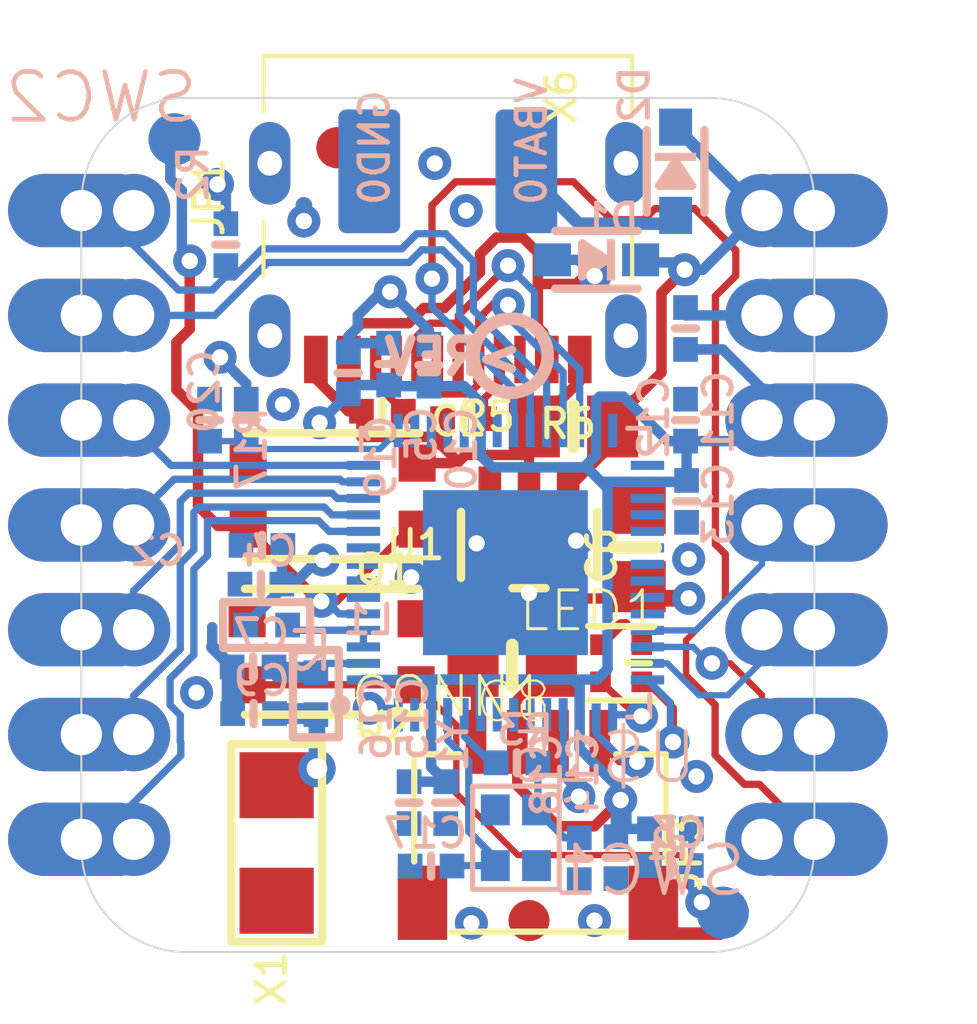
<source format=kicad_pcb>
(kicad_pcb (version 20211014) (generator pcbnew)
  (layers (0 "F.Cu" signal) (1 "In1.Cu" signal) (2 "In2.Cu" signal) (31 "B.Cu" signal) (34 "B.Paste" user) (35 "F.Paste" user) (36 "B.SilkS" user "B.Silkscreen") (37 "F.SilkS" user "F.Silkscreen") (38 "B.Mask" user) (39 "F.Mask" user) (44 "Edge.Cuts" user))
  (net 0 "")
  (net 1 "GND")
  (net 2 "D+")
  (net 3 "D-")
  (net 4 "VBUS")
  (net 5 "~{RESET}")
  (net 6 "3.3V")
  (net 7 "A0")
  (net 8 "CC1")
  (net 9 "CC2")
  (net 10 "A1")
  (net 11 "MOSI")
  (net 12 "MISO")
  (net 13 "SCK")
  (net 14 "A2")
  (net 15 "A3")
  (net 16 "SDA")
  (net 17 "SCL")
  (net 18 "NEOPIX")
  (net 19 "+5V")
  (net 20 "VDD3P3")
  (net 21 "N$2")
  (net 22 "N$3")
  (net 23 "IO0")
  (net 24 "SDA1")
  (net 25 "SCL1")
  (net 26 "N$5")
  (net 27 "N$6")
  (net 28 "N$7")
  (net 29 "IO10_DBLTAP")
  (net 30 "NEOPIX_PWR")
  (net 31 "TX")
  (net 32 "RX")
  (net 33 "VBAT")
  (footprint "boardEagle:_0402NO" (layer "F.Cu") (at 148.8821 102.4255)
    (fp_text reference "R6")
    (fp_text value "5.1K")
  )
  (footprint "boardEagle:1X07_CASTEL" (layer "F.Cu") (at 140.8811 105.0036 -90)
    (fp_text reference "JP1")
    (fp_text value "")
  )
  (footprint "boardEagle:1X07_CASTEL" (layer "F.Cu") (at 156.1211 105.0036 90)
    (fp_text reference "JP3")
    (fp_text value "")
  )
  (footprint "boardEagle:ANT_2450AT18B100" (layer "F.Cu") (at 144.3482 112.7125 -90)
    (fp_text reference "X1")
    (fp_text value "")
  )
  (footprint "boardEagle:USB_C_CUSB31-CFM2AX-01-X" (layer "F.Cu") (at 148.5011 97.4471 180)
    (fp_text reference "X6")
    (fp_text value "USB TYPE C")
  )
  (footprint "boardEagle:FIDUCIAL_1MM" (layer "F.Cu") (at 145.8087 95.8596)
    (fp_text reference "U$6" hide)
    (fp_text value "FIDUCIAL_1MM" hide)
  )
  (footprint "boardEagle:JST_SH4_SKINNY" (layer "F.Cu") (at 150.6855 112.776)
    (fp_text reference "CONN1")
    (fp_text value "STEMMA_I2C_QTSKINNY" hide)
  )
  (footprint "boardEagle:_0402NO" (layer "F.Cu") (at 146.9136 102.2477)
    (fp_text reference "R5")
    (fp_text value "5.1K")
  )
  (footprint "boardEagle:QTPYS2_TOP" (layer "F.Cu") (at 139.6111 115.3541)
    (fp_text reference "U$3" hide)
    (fp_text value "" hide)
  )
  (footprint "boardEagle:0805-NO" (layer "F.Cu") (at 153.035 105.5497 90)
    (fp_text reference "C6")
    (fp_text value "22uF")
  )
  (footprint "boardEagle:FIDUCIAL_1MM" (layer "F.Cu") (at 150.4696 114.5921)
    (fp_text reference "U$8" hide)
    (fp_text value "FIDUCIAL_1MM" hide)
  )
  (footprint "boardEagle:SOT23-5" (layer "F.Cu") (at 150.4696 105.4862 180)
    (fp_text reference "U1")
    (fp_text value "AP2112K-3.3")
  )
  (footprint "boardEagle:0805-NO" (layer "F.Cu") (at 150.0632 108.4199 180)
    (fp_text reference "C8")
    (fp_text value "22uF")
  )
  (footprint "boardEagle:SK6805_1515" (layer "F.Cu") (at 152.7048 108.3564)
    (fp_text reference "LED1")
    (fp_text value "WS2812B_SK6805_1515")
  )
  (footprint "boardEagle:BTN_KMR2_4.6X2.8" (layer "F.Cu") (at 145.6817 108.077 180)
    (fp_text reference "Q2")
    (fp_text value "reset")
  )
  (footprint "boardEagle:BTN_KMR2_4.6X2.8" (layer "F.Cu") (at 145.7071 104.3051 180)
    (fp_text reference "Q1")
    (fp_text value "BOOT0")
  )
  (footprint "boardEagle:0805-NO" (layer "F.Cu") (at 151.5491 102.616 180)
    (fp_text reference "C1")
    (fp_text value "22uF")
  )
  (footprint "boardEagle:_0402NO" (layer "B.Cu") (at 151.6888 113.0935 -90)
    (fp_text reference "C18")
    (fp_text value "16pF")
  )
  (footprint "boardEagle:QTPYS2_BOT" (layer "B.Cu") (at 157.3911 115.3541 180)
    (fp_text reference "U$7" hide)
    (fp_text value "" hide)
  )
  (footprint "boardEagle:_0402NO" (layer "B.Cu") (at 143.6116 102.4636 -90)
    (fp_text reference "R17")
    (fp_text value "1Meg")
  )
  (footprint "boardEagle:_0402NO" (layer "B.Cu") (at 152.5778 113.0681 -90)
    (fp_text reference "C14")
    (fp_text value "0.1uF")
  )
  (footprint "boardEagle:_0402NO" (layer "B.Cu") (at 143.1163 98.2091 -90)
    (fp_text reference "R2")
    (fp_text value "10K")
  )
  (footprint "boardEagle:_0402NO" (layer "B.Cu") (at 148.4503 111.7346 -90)
    (fp_text reference "C15")
    (fp_text value "1uF")
  )
  (footprint "boardEagle:_0402NO" (layer "B.Cu") (at 143.9926 105.4989 180)
    (fp_text reference "C2")
    (fp_text value "1uF")
  )
  (footprint "boardEagle:_0402NO" (layer "B.Cu") (at 142.7226 102.4636 90)
    (fp_text reference "C20")
    (fp_text value "1uF")
  )
  (footprint "boardEagle:B1,27" (layer "B.Cu") (at 141.8717 95.6564 180)
    (fp_text reference "SWC2")
    (fp_text value "TPB1,27")
  )
  (footprint "boardEagle:_0402NO" (layer "B.Cu") (at 143.7767 108.4453 180)
    (fp_text reference "C7")
    (fp_text value "TBD")
  )
  (footprint "boardEagle:_0402" (layer "B.Cu") (at 145.3007 109.093 90)
    (fp_text reference "L2")
    (fp_text value "0 ohm")
  )
  (footprint "boardEagle:_0402NO" (layer "B.Cu") (at 147.5613 111.7346 -90)
    (fp_text reference "C16")
    (fp_text value "100pF")
  )
  (footprint "boardEagle:_0402NO" (layer "B.Cu") (at 146.0881 101.3206 90)
    (fp_text reference "C19")
    (fp_text value "1uF")
  )
  (footprint "boardEagle:_0402NO" (layer "B.Cu") (at 153.8986 112.3696)
    (fp_text reference "R1")
    (fp_text value "10K")
  )
  (footprint "boardEagle:_0402NO" (layer "B.Cu") (at 154.2923 104.4321 -90)
    (fp_text reference "C12")
    (fp_text value "0.1uF")
  )
  (footprint "boardEagle:_0402NO" (layer "B.Cu") (at 153.8986 113.2586 180)
    (fp_text reference "C3")
    (fp_text value "1uF")
  )
  (footprint "boardEagle:_0402NO" (layer "B.Cu") (at 154.2669 102.4636 90)
    (fp_text reference "C13")
    (fp_text value "1uF")
  )
  (footprint "boardEagle:TESTPOINT_RECT_1X3MM" (layer "B.Cu") (at 150.4061 96.4311 -90)
    (fp_text reference "VBAT0")
    (fp_text value "")
  )
  (footprint "boardEagle:_0402NO" (layer "B.Cu") (at 148.0439 101.1301 90)
    (fp_text reference "C10")
    (fp_text value "0.1uF")
  )
  (footprint "boardEagle:_0402NO" (layer "B.Cu") (at 143.7894 109.5756 180)
    (fp_text reference "C9")
    (fp_text value "TBD")
  )
  (footprint "boardEagle:_0402NO" (layer "B.Cu") (at 147.066 101.1047 90)
    (fp_text reference "C5")
    (fp_text value "1uF")
  )
  (footprint "boardEagle:TESTPOINT_RECT_1X3MM" (layer "B.Cu") (at 146.5961 96.4311 -90)
    (fp_text reference "GND0")
    (fp_text value "")
  )
  (footprint "boardEagle:_0402NO" (layer "B.Cu") (at 150.1775 110.7694 180)
    (fp_text reference "R3")
    (fp_text value "0")
  )
  (footprint "boardEagle:_0402" (layer "B.Cu") (at 144.1069 107.4293)
    (fp_text reference "L1")
    (fp_text value "2nH")
  )
  (footprint "boardEagle:QFN40P700X700X90-57T400N" (layer "B.Cu") (at 149.8981 106.1593)
    (fp_text reference "U$15")
    (fp_text value "ESP32-S2QFN54")
  )
  (footprint "boardEagle:PCBFEAT-REV-040" (layer "B.Cu") (at 150.0251 100.9015 180)
    (fp_text reference "U$12" hide)
    (fp_text value "" hide)
  )
  (footprint "boardEagle:_0402NO" (layer "B.Cu") (at 154.2669 100.2411 90)
    (fp_text reference "C11")
    (fp_text value "0.1uF")
  )
  (footprint "boardEagle:CRYSTAL_2X1.6" (layer "B.Cu") (at 150.1521 112.5855 -90)
    (fp_text reference "Y1")
    (fp_text value "40MHz")
  )
  (footprint "boardEagle:B1,27" (layer "B.Cu") (at 155.1686 114.4016 180)
    (fp_text reference "SWC1")
    (fp_text value "TPB1,27")
  )
  (footprint "boardEagle:_0402NO" (layer "B.Cu") (at 143.9672 106.4387 180)
    (fp_text reference "C4")
    (fp_text value "0.1uF")
  )
  (footprint "boardEagle:_0402NO" (layer "B.Cu") (at 148.0947 113.2713 180)
    (fp_text reference "C17")
    (fp_text value "16pF")
  )
  (footprint "boardEagle:SOD-323_MINI" (layer "B.Cu") (at 152.1079 98.5774 180)
    (fp_text reference "D1")
    (fp_text value "  NSR0320")
  )
  (footprint "boardEagle:SOD-323_MINI" (layer "B.Cu") (at 154.0256 96.4311 -90)
    (fp_text reference "D2")
    (fp_text value "  NSR0320")
  )
  (gr_line (start 139.6111 112.8141) (end 139.6111 97.1931) (layer "Edge.Cuts") (width 0.05))
  (gr_arc (start 157.3911 112.8141) (mid 156.647151 114.610151) (end 154.8511 115.3541) (layer "Edge.Cuts") (width 0.05))
  (gr_arc (start 142.1511 115.3541) (mid 140.355049 114.610151) (end 139.6111 112.8141) (layer "Edge.Cuts") (width 0.05))
  (gr_line (start 157.3911 97.1931) (end 157.3911 112.8141) (layer "Edge.Cuts") (width 0.05))
  (gr_arc (start 139.6111 97.1931) (mid 140.355049 95.397049) (end 142.1511 94.6531) (layer "Edge.Cuts") (width 0.05))
  (gr_line (start 142.1511 94.6531) (end 154.8511 94.6531) (layer "Edge.Cuts") (width 0.05))
  (gr_arc (start 154.8511 94.6531) (mid 156.647151 95.397049) (end 157.3911 97.1931) (layer "Edge.Cuts") (width 0.05))
  (gr_line (start 154.8511 115.3541) (end 142.1511 115.3541) (layer "Edge.Cuts") (width 0.05))
  (segment (start 149.1855 110.262) (end 149.1855 108.4922) (width 0.254) (layer "F.Cu") (net 1))
  (segment (start 148.3741 102.997) (end 148.3106 103.0605) (width 0.254) (layer "F.Cu") (net 1))
  (segment (start 153.4855 114.162) (end 153.4855 114.358657) (width 0.4064) (layer "F.Cu") (net 1))
  (segment (start 154.036443 114.9096) (end 155.1051 114.9096) (width 0.3048) (layer "F.Cu") (net 1))
  (segment (start 148.7551 103.4796) (end 148.7296 103.5051) (width 0.254) (layer "F.Cu") (net 1))
  (segment (start 148.336 103.0605) (end 148.7551 103.4796) (width 0.254) (layer "F.Cu") (net 1))
  (segment (start 149.1855 110.262) (end 149.1855 110.4011) (width 0.254) (layer "F.Cu") (net 1))
  (segment (start 151.7011 100.9921) (end 151.7011 101.514) (width 0.254) (layer "F.Cu") (net 1))
  (segment (start 150.4696 103.3067) (end 148.928 103.3067) (width 0.254) (layer "F.Cu") (net 1))
  (segment (start 152.799468 107.4166) (end 152.809284 107.406785) (width 0.254) (layer "F.Cu") (net 1))
  (segment (start 152.6946 107.4166) (end 152.799468 107.4166) (width 0.254) (layer "F.Cu") (net 1))
  (segment (start 145.3011 100.9921) (end 145.3011 101.4607) (width 0.254) (layer "F.Cu") (net 1))
  (segment (start 146.4056 102.2477) (end 146.0881 102.2477) (width 0.254) (layer "F.Cu") (net 1))
  (segment (start 151.7011 101.514) (end 150.5991 102.616) (width 0.254) (layer "F.Cu") (net 1))
  (segment (start 154.036443 114.9096) (end 153.4855 114.358657) (width 0.3048) (layer "F.Cu") (net 1))
  (segment (start 148.3741 102.4255) (end 148.3741 102.87) (width 0.254) (layer "F.Cu") (net 1))
  (segment (start 150.4696 104.1861) (end 150.4696 103.3067) (width 0.254) (layer "F.Cu") (net 1))
  (segment (start 148.7296 103.5051) (end 147.7571 103.5051) (width 0.254) (layer "F.Cu") (net 1))
  (segment (start 148.3106 103.0605) (end 148.336 103.0605) (width 0.254) (layer "F.Cu") (net 1))
  (segment (start 149.1855 108.4922) (end 149.1132 108.4199) (width 0.254) (layer "F.Cu") (net 1))
  (segment (start 148.928 103.3067) (end 148.7551 103.4796) (width 0.254) (layer "F.Cu") (net 1))
  (segment (start 148.3741 102.87) (end 146.4056 102.87) (width 0.254) (layer "F.Cu") (net 1))
  (segment (start 152.2048 107.9064) (end 152.6946 107.4166) (width 0.254) (layer "F.Cu") (net 1))
  (segment (start 146.4056 102.87) (end 146.4056 102.2477) (width 0.254) (layer "F.Cu") (net 1))
  (segment (start 146.0881 102.2477) (end 145.3011 101.4607) (width 0.254) (layer "F.Cu") (net 1))
  (segment (start 155.1051 114.9096) (end 155.6766 114.3381) (width 0.254) (layer "F.Cu") (net 1))
  (via (at 148.9456 97.3836) (size 0.8001) (drill 0.3937) (layers "F.Cu" "B.Cu") (net 1))
  (via (at 154.5336 111.0996) (size 0.8001) (drill 0.3937) (layers "F.Cu" "B.Cu") (net 1))
  (via (at 142.9766 100.9396) (size 0.8001) (drill 0.3937) (layers "F.Cu" "B.Cu") (net 1))
  (via (at 152.0571 114.5921) (size 0.8001) (drill 0.3937) (layers "F.Cu" "B.Cu") (net 1))
  (via (at 151.6126 105.3846) (size 0.8001) (drill 0.3937) (layers "F.Cu" "B.Cu") (net 1))
  (via (at 144.5006 102.0826) (size 0.8001) (drill 0.3937) (layers "F.Cu" "B.Cu") (net 1))
  (via (at 150.4696 106.6546) (size 0.8001) (drill 0.3937) (layers "F.Cu" "B.Cu") (net 1))
  (via (at 147.1041 99.3521) (size 0.8001) (drill 0.3937) (layers "F.Cu" "B.Cu") (net 1))
  (via (at 149.1996 105.4481) (size 0.8001) (drill 0.3937) (layers "F.Cu" "B.Cu") (net 1))
  (via (at 145.0086 97.6376) (size 0.8001) (drill 0.3937) (layers "F.Cu" "B.Cu") (net 1))
  (via (at 147.6121 106.2736) (size 0.8001) (drill 0.3937) (layers "F.Cu" "B.Cu") (net 1))
  (via (at 154.3431 105.8291) (size 0.8001) (drill 0.3937) (layers "F.Cu" "B.Cu") (net 1))
  (via (at 149.0726 114.6556) (size 0.8001) (drill 0.3937) (layers "F.Cu" "B.Cu") (net 1))
  (via (at 148.1836 96.2406) (size 0.8001) (drill 0.3937) (layers "F.Cu" "B.Cu") (net 1))
  (via (at 142.4051 109.0676) (size 0.8001) (drill 0.3937) (layers "F.Cu" "B.Cu") (net 1))
  (segment (start 148.0439 100.6221) (end 148.0439 100.2919) (width 0.254) (layer "B.Cu") (net 1))
  (segment (start 143.2687 108.4453) (end 142.7861 107.9627) (width 0.3048) (layer "B.Cu") (net 1))
  (segment (start 145.0086 97.2566) (end 145.0086 97.6376) (width 0.4064) (layer "B.Cu") (net 1))
  (segment (start 146.0881 100.8126) (end 146.304 100.5967) (width 0.254) (layer "B.Cu") (net 1))
  (segment (start 157.3911 99.9236) (end 154.2669 99.9236) (width 0.254) (layer "B.Cu") (net 1))
  (segment (start 154.2669 99.9236) (end 154.2669 99.7331) (width 0.254) (layer "B.Cu") (net 1))
  (segment (start 148.0439 100.2919) (end 147.1041 99.3521) (width 0.254) (layer "B.Cu") (net 1))
  (segment (start 146.304 100.5967) (end 147.066 100.5967) (width 0.254) (layer "B.Cu") (net 1))
  (segment (start 143.3477 101.316307) (end 143.3477 101.3107) (width 0.254) (layer "B.Cu") (net 1))
  (segment (start 143.2814 109.5756) (end 143.2687 109.5629) (width 0.254) (layer "B.Cu") (net 1))
  (segment (start 146.0881 100.8126) (end 146.0881 100.438538) (width 0.254) (layer "B.Cu") (net 1))
  (segment (start 146.3171 100.209538) (end 146.3171 99.9236) (width 0.254) (layer "B.Cu") (net 1))
  (segment (start 146.3171 99.9236) (end 146.8886 99.3521) (width 0.254) (layer "B.Cu") (net 1))
  (segment (start 143.6116 101.9556) (end 143.6116 101.580207) (width 0.254) (layer "B.Cu") (net 1))
  (segment (start 143.3477 101.3107) (end 142.9766 100.9396) (width 0.254) (layer "B.Cu") (net 1))
  (segment (start 143.2687 108.4453) (end 143.2687 109.5629) (width 0.508) (layer "B.Cu") (net 1))
  (segment (start 142.7861 107.9627) (end 142.7861 107.4801) (width 0.254) (layer "B.Cu") (net 1))
  (segment (start 146.8886 99.3521) (end 147.1041 99.3521) (width 0.254) (layer "B.Cu") (net 1))
  (segment (start 143.6116 101.580207) (end 143.3477 101.316307) (width 0.254) (layer "B.Cu") (net 1))
  (segment (start 146.0881 100.438538) (end 146.3171 100.209538) (width 0.254) (layer "B.Cu") (net 1))
  (segment (start 148.0686 100.1141) (end 148.7551 100.1141) (width 0.1778) (layer "F.Cu") (net 2))
  (segment (start 148.7551 100.1141) (end 148.8146 100.1736) (width 0.1778) (layer "F.Cu") (net 2))
  (segment (start 148.8146 100.1736) (end 148.8146 100.9286) (width 0.1778) (layer "F.Cu") (net 2))
  (segment (start 148.0686 100.1141) (end 147.7511 100.4316) (width 0.1778) (layer "F.Cu") (net 2))
  (segment (start 148.8146 100.9286) (end 148.7511 100.9921) (width 0.1778) (layer "F.Cu") (net 2))
  (segment (start 147.7511 100.9921) (end 147.7511 100.4316) (width 0.1778) (layer "F.Cu") (net 2))
  (segment (start 148.7551 99.9236) (end 148.7551 100.1141) (width 0.1778) (layer "F.Cu") (net 2))
  (segment (start 149.9616 98.7171) (end 148.7551 99.9236) (width 0.1778) (layer "F.Cu") (net 2))
  (via (at 149.9616 98.7171) (size 0.8001) (drill 0.3937) (layers "F.Cu" "B.Cu") (net 2))
  (segment (start 149.9616 98.7171) (end 150.60295 99.35845) (width 0.1778) (layer "B.Cu") (net 2))
  (segment (start 151.6981 102.7142) (end 151.6981 101.232157) (width 0.1778) (layer "B.Cu") (net 2))
  (segment (start 150.60295 99.35845) (end 150.60295 100.137007) (width 0.1778) (layer "B.Cu") (net 2))
  (segment (start 150.60295 100.137007) (end 151.6981 101.232157) (width 0.1778) (layer "B.Cu") (net 2))
  (segment (start 148.3106 101.8286) (end 149.0091 101.8286) (width 0.1778) (layer "F.Cu") (net 3))
  (segment (start 148.2511 100.9921) (end 148.1876 101.0556) (width 0.1778) (layer "F.Cu") (net 3))
  (segment (start 149.7711 99.4791) (end 149.2511 99.9991) (width 0.1778) (layer "F.Cu") (net 3))
  (segment (start 148.1876 101.7056) (end 148.3106 101.8286) (width 0.1778) (layer "F.Cu") (net 3))
  (segment (start 149.2511 101.5866) (end 149.2511 100.9921) (width 0.1778) (layer "F.Cu") (net 3))
  (segment (start 149.9616 99.6696) (end 149.7711 99.4791) (width 0.1778) (layer "F.Cu") (net 3))
  (segment (start 149.2511 100.9921) (end 149.2511 99.9991) (width 0.1778) (layer "F.Cu") (net 3))
  (segment (start 148.1876 101.0556) (end 148.1876 101.7056) (width 0.1778) (layer "F.Cu") (net 3))
  (segment (start 149.0091 101.8286) (end 149.2511 101.5866) (width 0.1778) (layer "F.Cu") (net 3))
  (via (at 149.9616 99.6696) (size 0.8001) (drill 0.3937) (layers "F.Cu" "B.Cu") (net 3))
  (segment (start 149.9616 99.6696) (end 149.9616 99.962632) (width 0.1778) (layer "B.Cu") (net 3))
  (segment (start 151.2981 102.7142) (end 151.2981 101.299132) (width 0.1778) (layer "B.Cu") (net 3))
  (segment (start 151.2981 101.299132) (end 149.9616 99.962632) (width 0.1778) (layer "B.Cu") (net 3))
  (segment (start 150.815381 100.339819) (end 150.815381 100.784319) (width 0.254) (layer "F.Cu") (net 4))
  (segment (start 150.6851 99.1616) (end 150.6851 100.209538) (width 0.254) (layer "F.Cu") (net 4))
  (segment (start 149.28215 98.435663) (end 149.680162 98.03765) (width 0.254) (layer "F.Cu") (net 4))
  (segment (start 146.1011 100.425538) (end 146.412537 100.1141) (width 0.254) (layer "F.Cu") (net 4))
  (segment (start 147.547743 100.1141) (end 147.916043 99.7458) (width 0.254) (layer "F.Cu") (net 4))
  (segment (start 146.1011 100.9921) (end 146.1011 100.425538) (width 0.254) (layer "F.Cu") (net 4))
  (segment (start 150.815381 100.784319) (end 150.75435 100.84535) (width 0.254) (layer "F.Cu") (net 4))
  (segment (start 150.3172 98.03765) (end 150.6851 98.40555) (width 0.254) (layer "F.Cu") (net 4))
  (segment (start 151.80945 98.9711) (end 151.61895 99.1616) (width 0.254) (layer "F.Cu") (net 4))
  (segment (start 151.61895 99.1616) (end 150.6851 99.1616) (width 0.254) (layer "F.Cu") (net 4))
  (segment (start 147.916043 99.7458) (end 148.412043 99.7458) (width 0.254) (layer "F.Cu") (net 4))
  (segment (start 146.412537 100.1141) (end 147.547743 100.1141) (width 0.254) (layer "F.Cu") (net 4))
  (segment (start 150.9011 100.9921) (end 150.75435 100.84535) (width 0.254) (layer "F.Cu") (net 4))
  (segment (start 149.28215 98.875694) (end 149.28215 98.435663) (width 0.254) (layer "F.Cu") (net 4))
  (segment (start 152.06345 98.9711) (end 151.80945 98.9711) (width 0.254) (layer "F.Cu") (net 4))
  (segment (start 150.6851 100.209538) (end 150.815381 100.339819) (width 0.254) (layer "F.Cu") (net 4))
  (segment (start 150.6851 98.40555) (end 150.6851 99.1616) (width 0.254) (layer "F.Cu") (net 4))
  (segment (start 149.680162 98.03765) (end 150.3172 98.03765) (width 0.254) (layer "F.Cu") (net 4))
  (segment (start 148.412043 99.7458) (end 149.28215 98.875694) (width 0.254) (layer "F.Cu") (net 4))
  (via (at 152.06345 98.9711) (size 0.8001) (drill 0.3937) (layers "F.Cu" "B.Cu") (net 4))
  (segment (start 151.66975 98.5774) (end 152.06345 98.9711) (width 0.254) (layer "B.Cu") (net 4))
  (segment (start 151.0379 98.5774) (end 151.66975 98.5774) (width 0.254) (layer "B.Cu") (net 4))
  (segment (start 154.6606 114.0841) (end 154.3141 113.7376) (width 0.1524) (layer "F.Cu") (net 5))
  (segment (start 146.5961 109.4486) (end 146.5961 109.3851) (width 0.1778) (layer "F.Cu") (net 5))
  (segment (start 150.198812 113.0046) (end 154.214887 113.0046) (width 0.1524) (layer "F.Cu") (net 5))
  (segment (start 146.3421 109.1311) (end 146.3421 108.877) (width 0.1778) (layer "F.Cu") (net 5))
  (segment (start 154.214887 113.0046) (end 154.3141 113.103813) (width 0.1524) (layer "F.Cu") (net 5))
  (segment (start 146.3421 108.877) (end 143.6317 108.877) (width 0.1778) (layer "F.Cu") (net 5))
  (segment (start 146.5961 109.3851) (end 146.3421 109.1311) (width 0.1778) (layer "F.Cu") (net 5))
  (segment (start 154.6606 114.0841) (end 154.6606 114.1476) (width 0.1524) (layer "F.Cu") (net 5))
  (segment (start 148.7069 109.8522) (end 147.7317 108.877) (width 0.1524) (layer "F.Cu") (net 5))
  (segment (start 148.7069 109.8522) (end 148.7069 111.512688) (width 0.1524) (layer "F.Cu") (net 5))
  (segment (start 147.7317 108.877) (end 146.3421 108.877) (width 0.1778) (layer "F.Cu") (net 5))
  (segment (start 148.7069 111.512688) (end 150.198812 113.0046) (width 0.1524) (layer "F.Cu") (net 5))
  (segment (start 154.3141 113.103813) (end 154.3141 113.7376) (width 0.1524) (layer "F.Cu") (net 5))
  (via (at 146.5961 109.4486) (size 0.8001) (drill 0.3937) (layers "F.Cu" "B.Cu") (net 5))
  (via (at 154.6606 114.1476) (size 0.8001) (drill 0.3937) (layers "F.Cu" "B.Cu") (net 5))
  (segment (start 154.4066 113.8936) (end 154.6606 114.1476) (width 0.1524) (layer "B.Cu") (net 5))
  (segment (start 154.6606 114.1476) (end 154.9146 114.1476) (width 0.1778) (layer "B.Cu") (net 5))
  (segment (start 154.9146 114.1476) (end 155.1686 114.4016) (width 0.1778) (layer "B.Cu") (net 5))
  (segment (start 154.4066 112.3696) (end 154.4066 113.2586) (width 0.1524) (layer "B.Cu") (net 5))
  (segment (start 154.4066 113.8936) (end 154.4066 113.2586) (width 0.1524) (layer "B.Cu") (net 5))
  (segment (start 147.2981 109.6044) (end 147.1423 109.4486) (width 0.1778) (layer "B.Cu") (net 5))
  (segment (start 147.1423 109.4486) (end 146.5961 109.4486) (width 0.1778) (layer "B.Cu") (net 5))
  (segment (start 152.6921 111.6711) (end 152.0571 112.3061) (width 0.254) (layer "F.Cu") (net 6))
  (segment (start 151.106865 108.041035) (end 151.086275 107.665725) (width 0.254) (layer "F.Cu") (net 6))
  (segment (start 150.1855 110.262) (end 150.1855 109.2476) (width 0.254) (layer "F.Cu") (net 6))
  (segment (start 151.4196 107.3324) (end 151.086275 107.665725) (width 0.254) (layer "F.Cu") (net 6))
  (segment (start 150.1855 110.262) (end 150.1855 109.750357) (width 0.254) (layer "F.Cu") (net 6))
  (segment (start 153.035 106.4997) (end 152.7484 106.7863) (width 0.254) (layer "F.Cu") (net 6))
  (segment (start 153.035 106.4997) (end 153.3169 106.7816) (width 0.4064) (layer "F.Cu") (net 6))
  (segment (start 150.1855 111.3235) (end 150.1855 110.262) (width 0.254) (layer "F.Cu") (net 6))
  (segment (start 151.106865 108.458004) (end 151.0132 108.4199) (width 0.254) (layer "F.Cu") (net 6))
  (segment (start 151.106865 108.458004) (end 151.106865 108.041035) (width 0.254) (layer "F.Cu") (net 6))
  (segment (start 152.7484 106.7863) (end 151.4196 106.7863) (width 0.254) (layer "F.Cu") (net 6))
  (segment (start 152.0571 112.3061) (end 151.1681 112.3061) (width 0.254) (layer "F.Cu") (net 6))
  (segment (start 153.3169 106.7816) (end 154.3431 106.7816) (width 0.4064) (layer "F.Cu") (net 6))
  (segment (start 151.1681 112.3061) (end 150.1855 111.3235) (width 0.254) (layer "F.Cu") (net 6))
  (segment (start 150.1855 109.2476) (end 151.0132 108.4199) (width 0.254) (layer "F.Cu") (net 6))
  (segment (start 151.4196 107.3324) (end 151.4196 106.7863) (width 0.254) (layer "F.Cu") (net 6))
  (via (at 154.3431 106.7816) (size 0.8001) (drill 0.3937) (layers "F.Cu" "B.Cu") (net 6))
  (via (at 145.477153 105.853154) (size 0.8001) (drill 0.3937) (layers "F.Cu" "B.Cu") (net 6))
  (via (at 142.9131 96.7486) (size 0.8001) (drill 0.3937) (layers "F.Cu" "B.Cu") (net 6))
  (via (at 145.3896 102.5271) (size 0.8001) (drill 0.3937) (layers "F.Cu" "B.Cu") (net 6))
  (via (at 152.6921 111.6711) (size 0.8001) (drill 0.3937) (layers "F.Cu" "B.Cu") (net 6))
  (segment (start 154.2669 102.9716) (end 154.2923 102.997) (width 0.254) (layer "B.Cu") (net 6))
  (segment (start 152.220231 103.9593) (end 151.835315 103.574385) (width 0.254) (layer "B.Cu") (net 6))
  (segment (start 147.066 101.6127) (end 147.0914 101.6381) (width 0.254) (layer "B.Cu") (net 6))
  (segment (start 148.0853 108.7593) (end 146.453 108.7593) (width 0.254) (layer "B.Cu") (net 6))
  (segment (start 144.5006 105.4989) (end 144.4752 105.5243) (width 0.254) (layer "B.Cu") (net 6))
  (segment (start 148.0853 108.7593) (end 148.0981 108.7721) (width 0.254) (layer "B.Cu") (net 6))
  (segment (start 152.6921 111.6711) (end 152.5778 111.7854) (width 0.254) (layer "B.Cu") (net 6))
  (segment (start 152.1841 101.8921) (end 152.7556 101.8921) (width 0.254) (layer "B.Cu") (net 6))
  (segment (start 148.4503 111.2266) (end 147.5613 111.2266) (width 0.254) (layer "B.Cu") (net 6))
  (segment (start 151.5491 108.7501) (end 151.6981 108.8991) (width 0.254) (layer "B.Cu") (net 6))
  (segment (start 149.2981 103.3241) (end 149.5806 103.6066) (width 0.254) (layer "B.Cu") (net 6))
  (segment (start 148.1201 108.7501) (end 148.0981 108.7721) (width 0.254) (layer "B.Cu") (net 6))
  (segment (start 149.2981 109.6044) (end 149.2981 108.9056) (width 0.254) (layer "B.Cu") (net 6))
  (segment (start 148.0981 110.8744) (end 148.0981 109.6044) (width 0.254) (layer "B.Cu") (net 6))
  (segment (start 146.0881 101.8286) (end 145.3896 102.5271) (width 0.254) (layer "B.Cu") (net 6))
  (segment (start 156.2481 102.4636) (end 156.1211 102.4636) (width 0.254) (layer "B.Cu") (net 6))
  (segment (start 145.350153 105.853154) (end 144.764606 106.4387) (width 0.254) (layer "B.Cu") (net 6))
  (segment (start 143.1163 96.9518) (end 142.9131 96.7486) (width 0.254) (layer "B.Cu") (net 6))
  (segment (start 145.477153 105.853154) (end 145.350153 105.853154) (width 0.254) (layer "B.Cu") (net 6))
  (segment (start 152.0981 101.9781) (end 152.1841 101.8921) (width 0.254) (layer "B.Cu") (net 6))
  (segment (start 152.7556 101.8921) (end 153.8351 102.9716) (width 0.254) (layer "B.Cu") (net 6))
  (segment (start 144.4752 106.553) (end 144.4752 106.4387) (width 0.254) (layer "B.Cu") (net 6))
  (segment (start 152.220231 103.9593) (end 152.3746 104.113669) (width 0.254) (layer "B.Cu") (net 6))
  (segment (start 149.2981 102.0414) (end 149.2981 102.7142) (width 0.254) (layer "B.Cu") (net 6))
  (segment (start 157.3911 102.4636) (end 156.2481 102.4636) (width 0.254) (layer "B.Cu") (net 6))
  (segment (start 144.4752 105.5243) (end 144.4752 106.4387) (width 0.254) (layer "B.Cu") (net 6))
  (segment (start 149.2981 108.9056) (end 149.4536 108.7501) (width 0.254) (layer "B.Cu") (net 6))
  (segment (start 152.5778 111.7854) (end 152.5778 112.5601) (width 0.254) (layer "B.Cu") (net 6))
  (segment (start 156.1211 101.7016) (end 155.1686 100.7491) (width 0.254) (layer "B.Cu") (net 6))
  (segment (start 153.3432 103.9593) (end 152.220231 103.9593) (width 0.254) (layer "B.Cu") (net 6))
  (segment (start 148.0981 108.7721) (end 148.0981 109.6044) (width 0.254) (layer "B.Cu") (net 6))
  (segment (start 151.8031 103.6066) (end 151.835315 103.574385) (width 0.254) (layer "B.Cu") (net 6))
  (segment (start 146.0881 101.8286) (end 146.304 101.6127) (width 0.254) (layer "B.Cu") (net 6))
  (segment (start 148.8948 101.6381) (end 149.2981 102.0414) (width 0.254) (layer "B.Cu") (net 6))
  (segment (start 152.3746 108.4961) (end 152.1206 108.7501) (width 0.254) (layer "B.Cu") (net 6))
  (segment (start 151.5491 108.7501) (end 149.4536 108.7501) (width 0.254) (layer "B.Cu") (net 6))
  (segment (start 151.835315 103.574385) (end 152.0981 103.3116) (width 0.254) (layer "B.Cu") (net 6))
  (segment (start 154.2923 102.997) (end 154.2923 103.9241) (width 0.254) (layer "B.Cu") (net 6))
  (segment (start 151.6981 109.6044) (end 151.6981 110.4231) (width 0.254) (layer "B.Cu") (net 6))
  (segment (start 149.2981 102.7142) (end 149.2981 103.3241) (width 0.254) (layer "B.Cu") (net 6))
  (segment (start 152.8318 111.5568) (end 151.6981 110.4231) (width 0.254) (layer "B.Cu") (net 6))
  (segment (start 153.8351 102.9716) (end 154.2669 102.9716) (width 0.254) (layer "B.Cu") (net 6))
  (segment (start 153.3432 103.9593) (end 154.2005 103.9593) (width 0.254) (layer "B.Cu") (net 6))
  (segment (start 148.4503 111.2266) (end 148.0981 110.8744) (width 0.254) (layer "B.Cu") (net 6))
  (segment (start 152.0981 102.7142) (end 152.0981 101.9781) (width 0.254) (layer "B.Cu") (net 6))
  (segment (start 148.0439 101.6381) (end 148.8948 101.6381) (width 0.254) (layer "B.Cu") (net 6))
  (segment (start 152.8318 111.9886) (end 152.5778 111.9886) (width 0.254) (layer "B.Cu") (net 6))
  (segment (start 152.5778 112.5601) (end 152.5778 111.9886) (width 0.254) (layer "B.Cu") (net 6))
  (segment (start 153.3906 112.3696) (end 152.8318 112.3696) (width 0.254) (layer "B.Cu") (net 6))
  (segment (start 147.066 101.6127) (end 146.304 101.6127) (width 0.254) (layer "B.Cu") (net 6))
  (segment (start 152.0981 103.3116) (end 152.0981 102.7142) (width 0.254) (layer "B.Cu") (net 6))
  (segment (start 152.3746 104.113669) (end 152.3746 108.4961) (width 0.254) (layer "B.Cu") (net 6))
  (segment (start 149.5806 103.6066) (end 151.8031 103.6066) (width 0.254) (layer "B.Cu") (net 6))
  (segment (start 143.1163 97.7011) (end 143.1163 96.9518) (width 0.254) (layer "B.Cu") (net 6))
  (segment (start 154.2669 100.7491) (end 155.1686 100.7491) (width 0.254) (layer "B.Cu") (net 6))
  (segment (start 152.8318 112.3696) (end 152.8318 111.9886) (width 0.254) (layer "B.Cu") (net 6))
  (segment (start 144.4752 106.553) (end 143.5989 107.4293) (width 0.254) (layer "B.Cu") (net 6))
  (segment (start 154.2669 102.9716) (end 155.7401 102.9716) (width 0.254) (layer "B.Cu") (net 6))
  (segment (start 144.4752 106.4387) (end 144.764606 106.4387) (width 0.254) (layer "B.Cu") (net 6))
  (segment (start 152.8318 111.9886) (end 152.8318 111.5568) (width 0.254) (layer "B.Cu") (net 6))
  (segment (start 149.4536 108.7501) (end 148.1201 108.7501) (width 0.254) (layer "B.Cu") (net 6))
  (segment (start 155.7401 102.9716) (end 156.2481 102.4636) (width 0.254) (layer "B.Cu") (net 6))
  (segment (start 152.1206 108.7501) (end 151.5491 108.7501) (width 0.254) (layer "B.Cu") (net 6))
  (segment (start 156.1211 101.7016) (end 156.1211 102.4636) (width 0.254) (layer "B.Cu") (net 6))
  (segment (start 148.0439 101.6381) (end 147.0914 101.6381) (width 0.254) (layer "B.Cu") (net 6))
  (segment (start 151.6981 108.8991) (end 151.6981 109.6044) (width 0.254) (layer "B.Cu") (net 6))
  (segment (start 147.750243 97.943957) (end 148.448931 97.943957) (width 0.1778) (layer "B.Cu") (net 7))
  (segment (start 141.968412 99.309113) (end 142.7861 99.309113) (width 0.1778) (layer "B.Cu") (net 7))
  (segment (start 140.8811 97.3836) (end 140.8811 98.2218) (width 0.1778) (layer "B.Cu") (net 7))
  (segment (start 139.6111 97.3836) (end 140.8811 97.3836) (width 0.254) (layer "B.Cu") (net 7))
  (segment (start 143.1036 98.991613) (end 143.314612 98.991613) (width 0.1778) (layer "B.Cu") (net 7))
  (segment (start 143.1163 98.7171) (end 143.1163 98.978913) (width 0.1778) (layer "B.Cu") (net 7))
  (segment (start 143.995525 98.3107) (end 147.3835 98.3107) (width 0.1778) (layer "B.Cu") (net 7))
  (segment (start 143.1163 98.978913) (end 143.1036 98.991613) (width 0.1778) (layer "B.Cu") (net 7))
  (segment (start 140.8811 98.2218) (end 141.968412 99.309113) (width 0.1778) (layer "B.Cu") (net 7))
  (segment (start 149.120631 98.615657) (end 149.120631 99.7966) (width 0.1778) (layer "B.Cu") (net 7))
  (segment (start 150.8981 101.574069) (end 150.8981 102.7142) (width 0.1778) (layer "B.Cu") (net 7))
  (segment (start 143.1036 98.991613) (end 142.7861 99.309113) (width 0.1778) (layer "B.Cu") (net 7))
  (segment (start 149.120631 99.7966) (end 150.8981 101.574069) (width 0.1778) (layer "B.Cu") (net 7))
  (segment (start 147.3835 98.3107) (end 147.750243 97.943957) (width 0.1778) (layer "B.Cu") (net 7))
  (segment (start 148.448931 97.943957) (end 149.120631 98.615657) (width 0.1778) (layer "B.Cu") (net 7))
  (segment (start 143.314612 98.991613) (end 143.995525 98.3107) (width 0.1778) (layer "B.Cu") (net 7))
  (segment (start 149.7511 101.5692) (end 149.3901 101.9302) (width 0.1778) (layer "F.Cu") (net 8))
  (segment (start 149.7511 100.9921) (end 149.7511 101.5692) (width 0.1778) (layer "F.Cu") (net 8))
  (segment (start 149.3901 102.4255) (end 149.3901 101.9302) (width 0.1778) (layer "F.Cu") (net 8))
  (segment (start 147.4216 102.2477) (end 146.7511 101.5772) (width 0.1778) (layer "F.Cu") (net 9))
  (segment (start 146.7511 100.9921) (end 146.7511 101.5772) (width 0.1778) (layer "F.Cu") (net 9))
  (segment (start 139.6111 99.9236) (end 140.8811 99.9236) (width 0.254) (layer "B.Cu") (net 10))
  (segment (start 147.8661 98.3361) (end 148.3741 98.3361) (width 0.1778) (layer "B.Cu") (net 10))
  (segment (start 144.1323 98.6409) (end 142.8496 99.9236) (width 0.1778) (layer "B.Cu") (net 10))
  (segment (start 148.790431 98.752432) (end 148.790431 99.933375) (width 0.1778) (layer "B.Cu") (net 10))
  (segment (start 148.790431 99.933375) (end 150.4981 101.641044) (width 0.1778) (layer "B.Cu") (net 10))
  (segment (start 148.3741 98.3361) (end 148.790431 98.752432) (width 0.1778) (layer "B.Cu") (net 10))
  (segment (start 150.4981 101.641044) (end 150.4981 102.7142) (width 0.1778) (layer "B.Cu") (net 10))
  (segment (start 147.8661 98.3361) (end 147.5613 98.6409) (width 0.1778) (layer "B.Cu") (net 10))
  (segment (start 147.5613 98.6409) (end 144.1323 98.6409) (width 0.1778) (layer "B.Cu") (net 10))
  (segment (start 140.8811 99.9236) (end 142.8496 99.9236) (width 0.1778) (layer "B.Cu") (net 10))
  (segment (start 154.5179 107.5593) (end 156.1211 105.9561) (width 0.1524) (layer "B.Cu") (net 11))
  (segment (start 154.5179 107.5593) (end 153.3432 107.5593) (width 0.1524) (layer "B.Cu") (net 11))
  (segment (start 157.3911 105.0036) (end 156.1211 105.0036) (width 0.254) (layer "B.Cu") (net 11))
  (segment (start 156.1211 105.9561) (end 156.1211 105.0036) (width 0.1524) (layer "B.Cu") (net 11))
  (segment (start 153.8253 108.3593) (end 154.5971 109.1311) (width 0.1524) (layer "B.Cu") (net 12))
  (segment (start 155.2956 109.1311) (end 156.1211 108.3056) (width 0.1524) (layer "B.Cu") (net 12))
  (segment (start 157.3911 107.5436) (end 156.1211 107.5436) (width 0.1524) (layer "B.Cu") (net 12))
  (segment (start 154.5971 109.1311) (end 155.2956 109.1311) (width 0.1524) (layer "B.Cu") (net 12))
  (segment (start 156.1211 108.3056) (end 156.1211 107.5436) (width 0.1524) (layer "B.Cu") (net 12))
  (segment (start 153.3432 108.3593) (end 153.8253 108.3593) (width 0.1524) (layer "B.Cu") (net 12))
  (segment (start 156.1211 109.124132) (end 156.1211 110.0836) (width 0.1524) (layer "F.Cu") (net 13))
  (segment (start 154.90825 108.3564) (end 155.353368 108.3564) (width 0.1524) (layer "F.Cu") (net 13))
  (segment (start 156.1211 109.124132) (end 155.353368 108.3564) (width 0.1524) (layer "F.Cu") (net 13))
  (via (at 154.90825 108.3564) (size 0.8001) (drill 0.3937) (layers "F.Cu" "B.Cu") (net 13))
  (segment (start 157.3911 110.0836) (end 156.1211 110.0836) (width 0.254) (layer "B.Cu") (net 13))
  (segment (start 154.84475 108.3564) (end 154.44765 107.9593) (width 0.1524) (layer "B.Cu") (net 13))
  (segment (start 154.90825 108.3564) (end 154.84475 108.3564) (width 0.1524) (layer "B.Cu") (net 13))
  (segment (start 154.44765 107.9593) (end 153.3432 107.9593) (width 0.1524) (layer "B.Cu") (net 13))
  (segment (start 140.8811 102.4636) (end 140.8811 102.6541) (width 0.1778) (layer "B.Cu") (net 14))
  (segment (start 139.6111 102.4636) (end 140.8811 102.4636) (width 0.254) (layer "B.Cu") (net 14))
  (segment (start 141.7863 103.5593) (end 140.8811 102.6541) (width 0.1778) (layer "B.Cu") (net 14))
  (segment (start 146.453 103.5593) (end 141.7863 103.5593) (width 0.1778) (layer "B.Cu") (net 14))
  (segment (start 145.945 103.9593) (end 145.8815 103.8958) (width 0.1778) (layer "B.Cu") (net 15))
  (segment (start 145.8815 103.8958) (end 141.8619 103.8958) (width 0.1778) (layer "B.Cu") (net 15))
  (segment (start 140.7541 105.0036) (end 140.8811 105.0036) (width 0.254) (layer "B.Cu") (net 15))
  (segment (start 139.6111 105.0036) (end 140.7541 105.0036) (width 0.254) (layer "B.Cu") (net 15))
  (segment (start 146.453 103.9593) (end 145.945 103.9593) (width 0.1778) (layer "B.Cu") (net 15))
  (segment (start 141.8619 103.8958) (end 140.7541 105.0036) (width 0.1778) (layer "B.Cu") (net 15))
  (segment (start 142.2112 104.2323) (end 142.0114 104.4321) (width 0.1778) (layer "B.Cu") (net 16))
  (segment (start 146.453 104.3593) (end 145.818 104.3593) (width 0.1778) (layer "B.Cu") (net 16))
  (segment (start 142.0114 104.4321) (end 142.0114 105.471788) (width 0.1778) (layer "B.Cu") (net 16))
  (segment (start 139.6111 107.5436) (end 140.8811 107.5436) (width 0.254) (layer "B.Cu") (net 16))
  (segment (start 142.0114 105.471788) (end 140.8811 106.602088) (width 0.1778) (layer "B.Cu") (net 16))
  (segment (start 145.818 104.3593) (end 145.691 104.2323) (width 0.1778) (layer "B.Cu") (net 16))
  (segment (start 140.8811 106.602088) (end 140.8811 107.5436) (width 0.1778) (layer "B.Cu") (net 16))
  (segment (start 145.691 104.2323) (end 142.2112 104.2323) (width 0.1778) (layer "B.Cu") (net 16))
  (segment (start 142.3416 105.608563) (end 142.0114 105.938763) (width 0.1778) (layer "B.Cu") (net 17))
  (segment (start 139.6111 110.0836) (end 140.8811 110.0836) (width 0.254) (layer "B.Cu") (net 17))
  (segment (start 146.453 104.7593) (end 145.691 104.7593) (width 0.1778) (layer "B.Cu") (net 17))
  (segment (start 145.691 104.7593) (end 145.5005 104.5688) (width 0.1778) (layer "B.Cu") (net 17))
  (segment (start 142.0114 108.011788) (end 140.8811 109.142088) (width 0.1778) (layer "B.Cu") (net 17))
  (segment (start 145.5005 104.5688) (end 142.468675 104.5688) (width 0.1778) (layer "B.Cu") (net 17))
  (segment (start 140.8811 109.142088) (end 140.8811 110.0836) (width 0.1778) (layer "B.Cu") (net 17))
  (segment (start 142.3416 104.695875) (end 142.3416 105.608563) (width 0.1778) (layer "B.Cu") (net 17))
  (segment (start 142.0114 105.938763) (end 142.0114 108.011788) (width 0.1778) (layer "B.Cu") (net 17))
  (segment (start 142.468675 104.5688) (end 142.3416 104.695875) (width 0.1778) (layer "B.Cu") (net 17))
  (segment (start 153.2001 109.6391) (end 153.115571 109.6391) (width 0.1778) (layer "F.Cu") (net 18))
  (segment (start 153.115571 109.6391) (end 152.2048 108.8064) (width 0.1778) (layer "F.Cu") (net 18))
  (via (at 153.2001 109.6391) (size 0.8001) (drill 0.3937) (layers "F.Cu" "B.Cu") (net 18))
  (segment (start 153.1654 109.6044) (end 153.2001 109.6391) (width 0.1778) (layer "B.Cu") (net 18))
  (segment (start 152.4981 109.6044) (end 153.1654 109.6044) (width 0.1778) (layer "B.Cu") (net 18))
  (segment (start 153.6827 101.3079) (end 153.6827 99.3795) (width 0.254) (layer "F.Cu") (net 19))
  (segment (start 152.4991 102.616) (end 152.542806 102.447794) (width 0.254) (layer "F.Cu") (net 19))
  (segment (start 149.5196 104.1861) (end 149.5196 104.6226) (width 0.254) (layer "F.Cu") (net 19))
  (segment (start 154.24505 98.81715) (end 153.6827 99.3795) (width 0.254) (layer "F.Cu") (net 19))
  (segment (start 151.2926 104.3131) (end 151.4196 104.1861) (width 0.254) (layer "F.Cu") (net 19))
  (segment (start 152.864671 102.672029) (end 151.4196 104.1171) (width 0.254) (layer "F.Cu") (net 19))
  (segment (start 150.9014 105.0671) (end 151.2926 104.6759) (width 0.254) (layer "F.Cu") (net 19))
  (segment (start 152.864671 102.672029) (end 152.4991 102.616) (width 0.254) (layer "F.Cu") (net 19))
  (segment (start 149.9641 105.0671) (end 149.5196 104.6226) (width 0.254) (layer "F.Cu") (net 19))
  (segment (start 153.6827 101.3079) (end 152.542806 102.447794) (width 0.254) (layer "F.Cu") (net 19))
  (segment (start 149.9641 105.0671) (end 150.9014 105.0671) (width 0.254) (layer "F.Cu") (net 19))
  (segment (start 151.4196 104.1861) (end 151.4196 104.1171) (width 0.254) (layer "F.Cu") (net 19))
  (segment (start 151.2926 104.3131) (end 151.2926 104.6759) (width 0.254) (layer "F.Cu") (net 19))
  (via (at 154.24505 98.81715) (size 0.8001) (drill 0.3937) (layers "F.Cu" "B.Cu") (net 19))
  (segment (start 156.7561 97.3836) (end 157.0101 97.3836) (width 0.254) (layer "B.Cu") (net 19))
  (segment (start 154.0053 98.6409) (end 153.2414 98.6409) (width 0.254) (layer "B.Cu") (net 19))
  (segment (start 157.0101 97.3836) (end 157.3911 97.3836) (width 0.254) (layer "B.Cu") (net 19))
  (segment (start 154.18155 98.81715) (end 154.0053 98.6409) (width 0.254) (layer "B.Cu") (net 19))
  (segment (start 154.24505 98.81715) (end 154.18155 98.81715) (width 0.254) (layer "B.Cu") (net 19))
  (segment (start 153.2414 98.6409) (end 153.1779 98.5774) (width 0.254) (layer "B.Cu") (net 19))
  (segment (start 156.1211 97.3836) (end 156.7561 97.3836) (width 0.3048) (layer "B.Cu") (net 19))
  (segment (start 154.24505 98.81715) (end 154.68755 98.81715) (width 0.254) (layer "B.Cu") (net 19))
  (segment (start 156.02585 97.36135) (end 156.02585 97.47885) (width 0.3048) (layer "B.Cu") (net 19))
  (segment (start 154.0256 95.3611) (end 156.02585 97.36135) (width 0.3048) (layer "B.Cu") (net 19))
  (segment (start 156.1211 97.3836) (end 156.02585 97.47885) (width 0.254) (layer "B.Cu") (net 19))
  (segment (start 156.02585 97.47885) (end 154.68755 98.81715) (width 0.254) (layer "B.Cu") (net 19))
  (segment (start 146.45 107.5563) (end 144.7419 107.5563) (width 0.1778) (layer "B.Cu") (net 20))
  (segment (start 144.7419 107.5563) (end 144.6149 107.4293) (width 0.1778) (layer "B.Cu") (net 20))
  (segment (start 146.453 107.5593) (end 146.45 107.5563) (width 0.1778) (layer "B.Cu") (net 20))
  (segment (start 146.453 107.9593) (end 146.453 107.5593) (width 0.1778) (layer "B.Cu") (net 20))
  (segment (start 144.4117 108.5723) (end 144.2847 108.4453) (width 0.508) (layer "B.Cu") (net 21))
  (segment (start 145.3007 108.585) (end 145.429575 108.3593) (width 0.1778) (layer "B.Cu") (net 21))
  (segment (start 145.429575 108.3593) (end 146.453 108.3593) (width 0.1778) (layer "B.Cu") (net 21))
  (segment (start 145.3007 108.585) (end 145.288 108.5723) (width 0.1778) (layer "B.Cu") (net 21))
  (segment (start 145.288 108.5723) (end 144.4117 108.5723) (width 0.508) (layer "B.Cu") (net 21))
  (segment (start 144.8592 111.376) (end 144.4117 111.376) (width 0.4064) (layer "F.Cu") (net 22))
  (segment (start 144.4117 111.376) (end 144.3482 111.3125) (width 0.4064) (layer "F.Cu") (net 22))
  (segment (start 145.3261 110.9091) (end 144.8592 111.376) (width 0.4064) (layer "F.Cu") (net 22))
  (via (at 145.3261 110.9091) (size 0.9064) (drill 0.5) (layers "F.Cu" "B.Cu") (net 22))
  (segment (start 144.2974 109.5756) (end 145.2753 109.5756) (width 0.508) (layer "B.Cu") (net 22))
  (segment (start 145.3007 109.601) (end 145.3261 109.601) (width 0.4064) (layer "B.Cu") (net 22))
  (segment (start 145.3261 109.601) (end 145.3261 110.9091) (width 0.4064) (layer "B.Cu") (net 22))
  (segment (start 145.3007 109.601) (end 145.2753 109.5756) (width 0.1778) (layer "B.Cu") (net 22))
  (segment (start 143.581 105.029) (end 142.930131 105.029) (width 0.254) (layer "F.Cu") (net 23))
  (segment (start 147.5625 105.1051) (end 145.81315 106.85445) (width 0.1778) (layer "F.Cu") (net 23))
  (segment (start 145.36865 106.85445) (end 143.6571 105.1429) (width 0.254) (layer "F.Cu") (net 23))
  (segment (start 145.43215 106.85445) (end 145.81315 106.85445) (width 0.1778) (layer "F.Cu") (net 23))
  (segment (start 142.24 100.2538) (end 142.24 98.6028) (width 0.254) (layer "F.Cu") (net 23))
  (segment (start 141.91615 100.57765) (end 142.24 100.2538) (width 0.254) (layer "F.Cu") (net 23))
  (segment (start 145.43215 106.85445) (end 145.36865 106.85445) (width 0.254) (layer "F.Cu") (net 23))
  (segment (start 147.5625 105.1051) (end 147.7571 105.1051) (width 0.254) (layer "F.Cu") (net 23))
  (segment (start 143.6571 105.1051) (end 143.581 105.029) (width 0.254) (layer "F.Cu") (net 23))
  (segment (start 143.6571 105.1429) (end 143.6571 105.1051) (width 0.254) (layer "F.Cu") (net 23))
  (segment (start 141.91615 101.729038) (end 141.91615 100.57765) (width 0.254) (layer "F.Cu") (net 23))
  (segment (start 142.4432 104.542069) (end 142.4432 102.256088) (width 0.254) (layer "F.Cu") (net 23))
  (segment (start 142.930131 105.029) (end 142.4432 104.542069) (width 0.254) (layer "F.Cu") (net 23))
  (segment (start 142.4432 102.256088) (end 141.91615 101.729038) (width 0.254) (layer "F.Cu") (net 23))
  (via (at 142.24 98.6028) (size 0.8001) (drill 0.3937) (layers "F.Cu" "B.Cu") (net 23))
  (via (at 145.43215 106.85445) (size 0.8001) (drill 0.3937) (layers "F.Cu" "B.Cu") (net 23))
  (segment (start 146.453 107.1593) (end 145.864 107.1593) (width 0.1778) (layer "B.Cu") (net 23))
  (segment (start 141.7701 95.758) (end 141.7701 96.620232) (width 0.254) (layer "B.Cu") (net 23))
  (segment (start 141.8717 95.6564) (end 141.7701 95.758) (width 0.254) (layer "B.Cu") (net 23))
  (segment (start 142.0495 96.899632) (end 142.0495 98.4123) (width 0.254) (layer "B.Cu") (net 23))
  (segment (start 142.0495 98.4123) (end 142.24 98.6028) (width 0.254) (layer "B.Cu") (net 23))
  (segment (start 145.43215 106.85445) (end 145.55915 106.85445) (width 0.1778) (layer "B.Cu") (net 23))
  (segment (start 141.7701 96.620232) (end 142.0495 96.899632) (width 0.254) (layer "B.Cu") (net 23))
  (segment (start 145.864 107.1593) (end 145.55915 106.85445) (width 0.1778) (layer "B.Cu") (net 23))
  (segment (start 151.68155 111.346194) (end 151.1855 110.850144) (width 0.1778) (layer "F.Cu") (net 24))
  (segment (start 151.68155 111.588607) (end 151.68155 111.346194) (width 0.1778) (layer "F.Cu") (net 24))
  (segment (start 151.1855 110.262) (end 151.1855 110.850144) (width 0.1778) (layer "F.Cu") (net 24))
  (via (at 151.68155 111.588607) (size 0.8001) (drill 0.3937) (layers "F.Cu" "B.Cu") (net 24))
  (segment (start 151.3069 111.11805) (end 151.3069 109.6132) (width 0.1778) (layer "B.Cu") (net 24))
  (segment (start 151.68155 111.4927) (end 151.3069 111.11805) (width 0.1778) (layer "B.Cu") (net 24))
  (segment (start 151.68155 111.588607) (end 151.68155 111.4927) (width 0.1778) (layer "B.Cu") (net 24))
  (segment (start 151.2981 109.6044) (end 151.3069 109.6132) (width 0.1778) (layer "B.Cu") (net 24))
  (segment (start 152.1855 110.262) (end 152.664846 110.741347) (width 0.1778) (layer "F.Cu") (net 25))
  (segment (start 152.664846 110.741347) (end 153.095846 110.741347) (width 0.1778) (layer "F.Cu") (net 25))
  (via (at 153.095846 110.741347) (size 0.8001) (drill 0.3937) (layers "F.Cu" "B.Cu") (net 25))
  (segment (start 153.095846 110.741347) (end 152.778346 110.741347) (width 0.1778) (layer "B.Cu") (net 25))
  (segment (start 152.778346 110.741347) (end 152.0981 110.0611) (width 0.1778) (layer "B.Cu") (net 25))
  (segment (start 152.0981 110.0611) (end 152.0981 109.6044) (width 0.1778) (layer "B.Cu") (net 25))
  (segment (start 149.6695 110.7694) (end 149.5425 110.7694) (width 0.1778) (layer "B.Cu") (net 26))
  (segment (start 149.5425 110.7694) (end 148.8981 110.125) (width 0.1778) (layer "B.Cu") (net 26))
  (segment (start 148.8981 109.6044) (end 148.8981 110.125) (width 0.1778) (layer "B.Cu") (net 26))
  (segment (start 148.4981 110.22175) (end 149.0091 110.73275) (width 0.1778) (layer "B.Cu") (net 27))
  (segment (start 148.739306 113.2605) (end 148.6027 113.2713) (width 0.1778) (layer "B.Cu") (net 27))
  (segment (start 148.4981 109.6044) (end 148.4981 110.22175) (width 0.1778) (layer "B.Cu") (net 27))
  (segment (start 149.6521 113.0761) (end 149.0091 112.4331) (width 0.1778) (layer "B.Cu") (net 27))
  (segment (start 149.6521 113.2605) (end 148.739306 113.2605) (width 0.1778) (layer "B.Cu") (net 27))
  (segment (start 149.6521 113.2605) (end 149.6521 113.0761) (width 0.1778) (layer "B.Cu") (net 27))
  (segment (start 149.0091 110.73275) (end 149.0091 112.4331) (width 0.1778) (layer "B.Cu") (net 27))
  (segment (start 150.6855 110.7694) (end 150.6855 111.877107) (width 0.1778) (layer "B.Cu") (net 28))
  (segment (start 151.3271 112.5855) (end 150.6521 111.9105) (width 0.1778) (layer "B.Cu") (net 28))
  (segment (start 151.6888 112.5855) (end 151.3271 112.5855) (width 0.1778) (layer "B.Cu") (net 28))
  (segment (start 150.6521 111.9105) (end 150.6855 111.877107) (width 0.1778) (layer "B.Cu") (net 28))
  (segment (start 143.6116 102.9716) (end 143.89735 103.1621) (width 0.1524) (layer "B.Cu") (net 29))
  (segment (start 142.7226 102.9716) (end 143.6116 102.9716) (width 0.1524) (layer "B.Cu") (net 29))
  (segment (start 143.89735 103.1621) (end 146.8502 103.1621) (width 0.1524) (layer "B.Cu") (net 29))
  (segment (start 146.8502 103.1621) (end 147.2981 102.7142) (width 0.1524) (layer "B.Cu") (net 29))
  (segment (start 153.97 109.4438) (end 153.222271 108.696072) (width 0.1778) (layer "F.Cu") (net 30))
  (segment (start 153.97 110.256713) (end 153.97 109.4438) (width 0.1778) (layer "F.Cu") (net 30))
  (segment (start 153.2048 108.8064) (end 153.222271 108.696072) (width 0.1778) (layer "F.Cu") (net 30))
  (segment (start 153.9621 110.264613) (end 153.97 110.256713) (width 0.1778) (layer "F.Cu") (net 30))
  (via (at 153.9621 110.264613) (size 0.8001) (drill 0.3937) (layers "F.Cu" "B.Cu") (net 30))
  (segment (start 153.8986 109.3147) (end 153.8986 110.201113) (width 0.1778) (layer "B.Cu") (net 30))
  (segment (start 153.8986 110.201113) (end 153.9621 110.264613) (width 0.1778) (layer "B.Cu") (net 30))
  (segment (start 153.3432 108.7593) (end 153.8986 109.3147) (width 0.1778) (layer "B.Cu") (net 30))
  (segment (start 142.6718 104.899) (end 142.6718 105.745338) (width 0.1778) (layer "B.Cu") (net 31))
  (segment (start 142.6718 105.745338) (end 142.3416 106.075538) (width 0.1778) (layer "B.Cu") (net 31))
  (segment (start 142.0114 109.615413) (end 142.0114 110.2614) (width 0.1778) (layer "B.Cu") (net 31))
  (segment (start 139.9921 112.6236) (end 140.8811 112.6236) (width 0.254) (layer "B.Cu") (net 31))
  (segment (start 145.624025 105.1593) (end 145.363725 104.899) (width 0.1778) (layer "B.Cu") (net 31))
  (segment (start 145.363725 104.899) (end 142.6718 104.899) (width 0.1778) (layer "B.Cu") (net 31))
  (segment (start 142.0241 110.5916) (end 139.9921 112.6236) (width 0.1778) (layer "B.Cu") (net 31))
  (segment (start 142.0114 110.2614) (end 142.0241 110.2741) (width 0.1778) (layer "B.Cu") (net 31))
  (segment (start 142.3416 106.075538) (end 142.3416 108.148563) (width 0.1778) (layer "B.Cu") (net 31))
  (segment (start 142.0241 110.2741) (end 142.0241 110.5916) (width 0.1778) (layer "B.Cu") (net 31))
  (segment (start 142.3416 108.148563) (end 141.76375 108.726413) (width 0.1778) (layer "B.Cu") (net 31))
  (segment (start 139.6111 112.6236) (end 139.9921 112.6236) (width 0.254) (layer "B.Cu") (net 31))
  (segment (start 141.76375 109.367763) (end 142.0114 109.615413) (width 0.1778) (layer "B.Cu") (net 31))
  (segment (start 141.76375 108.726413) (end 141.76375 109.367763) (width 0.1778) (layer "B.Cu") (net 31))
  (segment (start 145.624025 105.1593) (end 146.453 105.1593) (width 0.1778) (layer "B.Cu") (net 31))
  (segment (start 155.694609 111.2901) (end 154.98445 110.579944) (width 0.1778) (layer "F.Cu") (net 32))
  (segment (start 154.9908 97.851788) (end 155.4861 98.347088) (width 0.1778) (layer "F.Cu") (net 32))
  (segment (start 151.5491 96.6851) (end 152.46985 97.60585) (width 0.1778) (layer "F.Cu") (net 32))
  (segment (start 154.2796 107.7976) (end 155.2321 106.8451) (width 0.1524) (layer "F.Cu") (net 32))
  (segment (start 156.0576 111.2901) (end 155.694609 111.2901) (width 0.1778) (layer "F.Cu") (net 32))
  (segment (start 154.483212 97.333213) (end 154.9908 97.8408) (width 0.1778) (layer "F.Cu") (net 32))
  (segment (start 154.9908 105.471788) (end 155.2321 105.713088) (width 0.1778) (layer "F.Cu") (net 32))
  (segment (start 155.2321 106.8451) (end 155.2321 105.713088) (width 0.1778) (layer "F.Cu") (net 32))
  (segment (start 155.4861 98.960113) (end 154.9908 99.455413) (width 0.1778) (layer "F.Cu") (net 32))
  (segment (start 154.98445 109.363957) (end 154.2796 108.659107) (width 0.1778) (layer "F.Cu") (net 32))
  (segment (start 148.688075 96.6851) (end 148.116575 97.2566) (width 0.1778) (layer "F.Cu") (net 32))
  (segment (start 148.688075 96.6851) (end 151.5491 96.6851) (width 0.1778) (layer "F.Cu") (net 32))
  (segment (start 153.258075 97.60585) (end 153.530712 97.333213) (width 0.1778) (layer "F.Cu") (net 32))
  (segment (start 155.4861 98.347088) (end 155.4861 98.960113) (width 0.1778) (layer "F.Cu") (net 32))
  (segment (start 154.98445 110.579944) (end 154.98445 109.363957) (width 0.1778) (layer "F.Cu") (net 32))
  (segment (start 152.46985 97.60585) (end 153.258075 97.60585) (width 0.1778) (layer "F.Cu") (net 32))
  (segment (start 148.116575 99.0346) (end 148.116575 97.2566) (width 0.1778) (layer "F.Cu") (net 32))
  (segment (start 154.9908 97.8408) (end 154.9908 97.851788) (width 0.1778) (layer "F.Cu") (net 32))
  (segment (start 154.483212 97.333213) (end 153.530712 97.333213) (width 0.1778) (layer "F.Cu") (net 32))
  (segment (start 157.3911 112.6236) (end 156.0576 111.2901) (width 0.1778) (layer "F.Cu") (net 32))
  (segment (start 154.2796 108.659107) (end 154.2796 107.7976) (width 0.1524) (layer "F.Cu") (net 32))
  (segment (start 154.9908 99.455413) (end 154.9908 105.471788) (width 0.1778) (layer "F.Cu") (net 32))
  (via (at 148.116575 99.0346) (size 0.8001) (drill 0.3937) (layers "F.Cu" "B.Cu") (net 32))
  (segment (start 150.0981 101.708019) (end 148.116575 99.726494) (width 0.1778) (layer "B.Cu") (net 32))
  (segment (start 157.3911 112.6236) (end 156.1211 112.6236) (width 0.254) (layer "B.Cu") (net 32))
  (segment (start 150.0981 101.708019) (end 150.0981 102.7142) (width 0.1778) (layer "B.Cu") (net 32))
  (segment (start 148.116575 99.0346) (end 148.116575 99.726494) (width 0.1778) (layer "B.Cu") (net 32))
  (segment (start 153.8256 97.7011) (end 154.0256 97.5011) (width 0.3048) (layer "B.Cu") (net 33))
  (segment (start 151.6761 97.7011) (end 153.8256 97.7011) (width 0.3048) (layer "B.Cu") (net 33))
  (segment (start 150.4061 96.4311) (end 151.6761 97.7011) (width 0.3048) (layer "B.Cu") (net 33))
)
</source>
